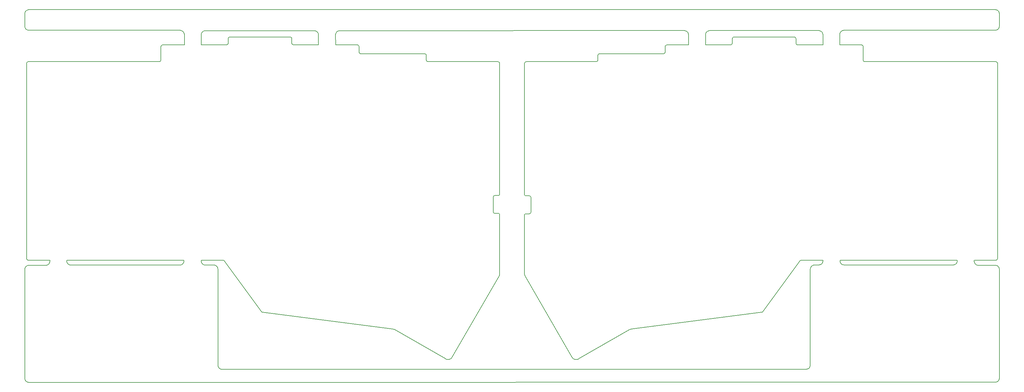
<source format=gm1>
%TF.GenerationSoftware,KiCad,Pcbnew,(6.0.9-0)*%
%TF.CreationDate,2022-12-17T11:16:43-06:00*%
%TF.ProjectId,corne-ice,636f726e-652d-4696-9365-2e6b69636164,0.1*%
%TF.SameCoordinates,Original*%
%TF.FileFunction,Profile,NP*%
%FSLAX46Y46*%
G04 Gerber Fmt 4.6, Leading zero omitted, Abs format (unit mm)*
G04 Created by KiCad (PCBNEW (6.0.9-0)) date 2022-12-17 11:16:43*
%MOMM*%
%LPD*%
G01*
G04 APERTURE LIST*
%TA.AperFunction,Profile*%
%ADD10C,0.200000*%
%TD*%
%ADD11C,0.200000*%
G04 APERTURE END LIST*
D10*
X17807500Y-83020309D02*
X17812500Y-83250000D01*
X17812500Y-83250000D02*
X17812300Y-83252000D01*
X17812300Y-83252000D02*
X17812300Y-83252000D01*
X17812300Y-83252000D02*
X17789600Y-83483000D01*
X17789600Y-83483000D02*
X17789600Y-83483000D01*
X17789600Y-83483000D02*
X17789600Y-83483000D01*
X17789600Y-83483000D02*
X17789600Y-83484000D01*
X17789600Y-83484000D02*
X17788600Y-83488000D01*
X17788600Y-83488000D02*
X17787700Y-83493000D01*
X17787700Y-83493000D02*
X17720800Y-83714000D01*
X17720800Y-83714000D02*
X17720600Y-83715000D01*
X17720600Y-83715000D02*
X17718800Y-83719000D01*
X17718800Y-83719000D02*
X17717000Y-83724000D01*
X17717000Y-83724000D02*
X17608200Y-83928000D01*
X17608200Y-83928000D02*
X17607900Y-83929000D01*
X17607900Y-83929000D02*
X17605400Y-83932000D01*
X17605400Y-83932000D02*
X17602800Y-83936000D01*
X17602800Y-83936000D02*
X17456400Y-84116000D01*
X17456400Y-84116000D02*
X17456400Y-84116000D01*
X17456400Y-84116000D02*
X17456400Y-84116000D01*
X17456400Y-84116000D02*
X17455900Y-84116000D01*
X17455900Y-84116000D02*
X17452700Y-84120000D01*
X17452700Y-84120000D02*
X17449500Y-84123000D01*
X17449500Y-84123000D02*
X17270900Y-84271000D01*
X17270900Y-84271000D02*
X17270400Y-84271000D01*
X17270400Y-84271000D02*
X17266600Y-84273000D01*
X17266600Y-84273000D02*
X17262800Y-84276000D01*
X17262800Y-84276000D02*
X17059000Y-84386000D01*
X17059000Y-84386000D02*
X17059000Y-84386000D01*
X17059000Y-84386000D02*
X17059000Y-84386000D01*
X17059000Y-84386000D02*
X17058300Y-84387000D01*
X17058300Y-84387000D02*
X17054200Y-84388000D01*
X17054200Y-84388000D02*
X17050000Y-84390000D01*
X17050000Y-84390000D02*
X16828600Y-84459000D01*
X16828600Y-84459000D02*
X16827900Y-84459000D01*
X16827900Y-84459000D02*
X16823500Y-84460000D01*
X16823500Y-84460000D02*
X16819000Y-84460000D01*
X16819000Y-84460000D02*
X16588500Y-84485000D01*
X16588500Y-84485000D02*
X16587800Y-84485000D01*
X16587800Y-84485000D02*
X16585600Y-84485000D01*
X16585600Y-84485000D02*
X16583500Y-84485000D01*
X16583500Y-84485000D02*
X16577500Y-84485000D01*
X16577500Y-84485000D02*
X16577400Y-84485000D01*
X16577400Y-84485000D02*
X11825200Y-84485000D01*
X11825200Y-84485000D02*
X11819400Y-84485000D01*
X11819400Y-84485000D02*
X11596300Y-84508000D01*
X11596300Y-84508000D02*
X11384300Y-84574000D01*
X11384300Y-84574000D02*
X11189100Y-84680000D01*
X11189100Y-84680000D02*
X11018000Y-84821000D01*
X11018000Y-84821000D02*
X10877800Y-84993000D01*
X10877800Y-84993000D02*
X10773600Y-85189000D01*
X10773600Y-85189000D02*
X10709400Y-85402000D01*
X10709400Y-85402000D02*
X10687500Y-85625000D01*
X10687500Y-116497000D02*
X10687500Y-116503000D01*
X10687500Y-116503000D02*
X10711000Y-116726000D01*
X10711000Y-116726000D02*
X10776600Y-116938000D01*
X10776600Y-116938000D02*
X10882200Y-117133000D01*
X10882200Y-117133000D02*
X11023600Y-117304000D01*
X11023600Y-117304000D02*
X11195700Y-117445000D01*
X11195700Y-117445000D02*
X11391600Y-117549000D01*
X11391600Y-117549000D02*
X11604100Y-117613000D01*
X11604100Y-117613000D02*
X11827400Y-117635000D01*
X11827400Y-117635000D02*
X285057500Y-117626000D01*
X285055500Y-12038500D02*
X11825200Y-12047500D01*
X11825200Y-12047500D02*
X11819400Y-12047500D01*
X11819400Y-12047500D02*
X11596300Y-12071000D01*
X11596300Y-12071000D02*
X11384300Y-12136600D01*
X11384300Y-12136600D02*
X11189100Y-12242200D01*
X11189100Y-12242200D02*
X11018000Y-12383700D01*
X11018000Y-12383700D02*
X10877800Y-12555700D01*
X10877800Y-12555700D02*
X10773600Y-12751600D01*
X10773600Y-12751600D02*
X10709400Y-12964100D01*
X10709400Y-12964100D02*
X10687500Y-13187500D01*
X10687500Y-13187500D02*
X10687500Y-16747300D01*
X10687500Y-16747300D02*
X10687500Y-16753100D01*
X10687500Y-16753100D02*
X10711000Y-16976200D01*
X10711000Y-16976200D02*
X10776600Y-17188200D01*
X10776600Y-17188200D02*
X10882200Y-17383500D01*
X10882200Y-17383500D02*
X11023600Y-17554500D01*
X11023600Y-17554500D02*
X11195700Y-17694800D01*
X11195700Y-17694800D02*
X11391600Y-17799000D01*
X11391600Y-17799000D02*
X11604100Y-17863100D01*
X11604100Y-17863100D02*
X11827400Y-17885000D01*
X11827400Y-17885000D02*
X54577400Y-17885000D01*
X54577400Y-17885000D02*
X54579900Y-17885300D01*
X54579900Y-17885300D02*
X54579900Y-17885300D01*
X54579900Y-17885300D02*
X54810500Y-17907900D01*
X54810500Y-17907900D02*
X54810500Y-17907900D01*
X54810500Y-17907900D02*
X54810500Y-17907900D01*
X54810500Y-17907900D02*
X54811200Y-17907900D01*
X54811200Y-17907900D02*
X54815600Y-17908900D01*
X54815600Y-17908900D02*
X54820100Y-17909800D01*
X54820100Y-17909800D02*
X55042000Y-17976800D01*
X55042000Y-17976800D02*
X55042600Y-17977000D01*
X55042600Y-17977000D02*
X55046800Y-17978700D01*
X55046800Y-17978700D02*
X55051000Y-17980500D01*
X55051000Y-17980500D02*
X55255600Y-18089300D01*
X55255600Y-18089300D02*
X55255600Y-18089300D01*
X55255600Y-18089300D02*
X55255600Y-18089300D01*
X55255600Y-18089300D02*
X55256200Y-18089600D01*
X55256200Y-18089600D02*
X55260000Y-18092200D01*
X55260000Y-18092200D02*
X55263800Y-18094700D01*
X55263800Y-18094700D02*
X55443400Y-18241200D01*
X55443400Y-18241200D02*
X55443900Y-18241600D01*
X55443900Y-18241600D02*
X55447000Y-18244800D01*
X55447000Y-18244800D02*
X55450300Y-18248000D01*
X55450300Y-18248000D02*
X55598000Y-18426600D01*
X55598000Y-18426600D02*
X55598400Y-18427100D01*
X55598400Y-18427100D02*
X55600900Y-18430900D01*
X55600900Y-18430900D02*
X55603500Y-18434700D01*
X55603500Y-18434700D02*
X55713700Y-18638600D01*
X55713700Y-18638600D02*
X55713700Y-18638600D01*
X55713700Y-18638600D02*
X55713700Y-18638600D01*
X55713700Y-18638600D02*
X55714000Y-18639200D01*
X55714000Y-18639200D02*
X55715700Y-18643400D01*
X55715700Y-18643400D02*
X55717500Y-18647600D01*
X55717500Y-18647600D02*
X55786000Y-18869000D01*
X55786000Y-18869000D02*
X55786200Y-18869600D01*
X55786200Y-18869600D02*
X55787100Y-18874100D01*
X55787100Y-18874100D02*
X55788000Y-18878500D01*
X55788000Y-18878500D02*
X55812200Y-19109000D01*
X55812200Y-19109000D02*
X55812300Y-19109700D01*
X55812300Y-19109700D02*
X55812200Y-19111900D01*
X55812200Y-19111900D02*
X55812500Y-19114100D01*
X55812500Y-19114100D02*
X55812500Y-19120000D01*
X55812500Y-19120000D02*
X55812500Y-19120100D01*
X55812500Y-19120100D02*
X55817500Y-22020252D01*
X60557500Y-83021073D02*
X60562500Y-83247000D01*
X60562500Y-83247000D02*
X60562500Y-83253000D01*
X60562500Y-83253000D02*
X60586000Y-83476000D01*
X60586000Y-83476000D02*
X60651600Y-83688000D01*
X60651600Y-83688000D02*
X60757200Y-83883000D01*
X60757200Y-83883000D02*
X60898600Y-84054000D01*
X60898600Y-84054000D02*
X61070700Y-84195000D01*
X61070700Y-84195000D02*
X61266600Y-84299000D01*
X61266600Y-84299000D02*
X61479100Y-84363000D01*
X61479100Y-84363000D02*
X61702400Y-84385000D01*
X61702400Y-84385000D02*
X64077400Y-84385000D01*
X64077400Y-84385000D02*
X64079900Y-84385000D01*
X64079900Y-84385000D02*
X64079900Y-84385000D01*
X64079900Y-84385000D02*
X64310500Y-84408000D01*
X64310500Y-84408000D02*
X64310500Y-84408000D01*
X64310500Y-84408000D02*
X64310500Y-84408000D01*
X64310500Y-84408000D02*
X64311200Y-84408000D01*
X64311200Y-84408000D02*
X64315600Y-84409000D01*
X64315600Y-84409000D02*
X64320100Y-84410000D01*
X64320100Y-84410000D02*
X64542000Y-84477000D01*
X64542000Y-84477000D02*
X64542599Y-84477000D01*
X64542599Y-84477000D02*
X64546800Y-84479000D01*
X64546800Y-84479000D02*
X64551000Y-84480000D01*
X64551000Y-84480000D02*
X64755600Y-84589000D01*
X64755600Y-84589000D02*
X64755600Y-84589000D01*
X64755600Y-84589000D02*
X64755600Y-84589000D01*
X64755600Y-84589000D02*
X64756199Y-84590000D01*
X64756199Y-84590000D02*
X64759999Y-84592000D01*
X64759999Y-84592000D02*
X64763800Y-84595000D01*
X64763800Y-84595000D02*
X64943400Y-84741000D01*
X64943400Y-84741000D02*
X64943900Y-84742000D01*
X64943900Y-84742000D02*
X64947000Y-84745000D01*
X64947000Y-84745000D02*
X64950300Y-84748000D01*
X64950300Y-84748000D02*
X65098000Y-84927000D01*
X65098000Y-84927000D02*
X65098400Y-84927000D01*
X65098400Y-84927000D02*
X65100900Y-84931000D01*
X65100900Y-84931000D02*
X65103500Y-84935000D01*
X65103500Y-84935000D02*
X65213700Y-85139000D01*
X65213700Y-85139000D02*
X65213700Y-85139000D01*
X65213700Y-85139000D02*
X65213700Y-85139000D01*
X65213700Y-85139000D02*
X65214000Y-85139000D01*
X65214000Y-85139000D02*
X65215700Y-85143000D01*
X65215700Y-85143000D02*
X65217500Y-85148000D01*
X65217500Y-85148000D02*
X65286000Y-85369000D01*
X65286000Y-85369000D02*
X65286200Y-85370000D01*
X65286200Y-85370000D02*
X65287100Y-85374000D01*
X65287100Y-85374000D02*
X65288000Y-85379000D01*
X65288000Y-85379000D02*
X65312200Y-85609000D01*
X65312200Y-85609000D02*
X65312300Y-85610000D01*
X65312300Y-85610000D02*
X65312200Y-85612000D01*
X65312200Y-85612000D02*
X65312500Y-85614000D01*
X65312500Y-85614000D02*
X65312500Y-85620000D01*
X65312500Y-85620000D02*
X65312500Y-85620000D01*
X65312500Y-85620000D02*
X65312500Y-112797000D01*
X65312500Y-112797000D02*
X65312500Y-112803000D01*
X65312500Y-112803000D02*
X65336000Y-113026000D01*
X65336000Y-113026000D02*
X65401600Y-113238000D01*
X65401600Y-113238000D02*
X65507200Y-113433000D01*
X65507200Y-113433000D02*
X65648600Y-113604000D01*
X65648600Y-113604000D02*
X65820700Y-113745000D01*
X65820700Y-113745000D02*
X66016600Y-113849000D01*
X66016600Y-113849000D02*
X66229100Y-113913000D01*
X66229100Y-113913000D02*
X66452400Y-113935000D01*
X66454500Y-113934000D02*
X231619500Y-113926000D01*
X197180500Y-17976000D02*
X99700500Y-17985000D01*
X99700500Y-17985000D02*
X99694500Y-17985000D01*
X99694500Y-17985000D02*
X99471500Y-18008500D01*
X99471500Y-18008500D02*
X99259500Y-18074100D01*
X99259500Y-18074100D02*
X99064500Y-18179700D01*
X99064500Y-18179700D02*
X98893500Y-18321200D01*
X98893500Y-18321200D02*
X98752500Y-18493200D01*
X98752500Y-18493200D02*
X98648500Y-18689100D01*
X98648500Y-18689100D02*
X98584500Y-18901600D01*
X98584500Y-18901600D02*
X98562500Y-19125000D01*
X98562500Y-19125000D02*
X98567500Y-22018729D01*
X22567500Y-83020309D02*
X22562500Y-83247000D01*
X22562500Y-83247000D02*
X22562500Y-83253000D01*
X22562500Y-83253000D02*
X22586000Y-83476000D01*
X22586000Y-83476000D02*
X22651600Y-83688000D01*
X22651600Y-83688000D02*
X22757200Y-83883000D01*
X22757200Y-83883000D02*
X22898600Y-84054000D01*
X22898600Y-84054000D02*
X23070700Y-84195000D01*
X23070700Y-84195000D02*
X23266600Y-84299000D01*
X23266600Y-84299000D02*
X23479100Y-84363000D01*
X23479100Y-84363000D02*
X23702400Y-84385000D01*
X23702400Y-84385000D02*
X54574800Y-84385000D01*
X54574800Y-84385000D02*
X54580600Y-84385000D01*
X54580600Y-84385000D02*
X54803700Y-84362000D01*
X54803700Y-84362000D02*
X55015700Y-84296000D01*
X55015700Y-84296000D02*
X55210900Y-84190000D01*
X55210900Y-84190000D02*
X55382000Y-84049000D01*
X55382000Y-84049000D02*
X55522200Y-83877000D01*
X55522200Y-83877000D02*
X55626400Y-83681000D01*
X55626400Y-83681000D02*
X55690600Y-83468000D01*
X55690600Y-83468000D02*
X55712500Y-83245000D01*
X55712500Y-83245000D02*
X55717500Y-83020309D01*
X93727500Y-22020252D02*
X93712500Y-19122700D01*
X93712500Y-19122700D02*
X93712500Y-19116900D01*
X93712500Y-19116900D02*
X93689000Y-18893800D01*
X93689000Y-18893800D02*
X93623400Y-18681800D01*
X93623400Y-18681800D02*
X93517800Y-18486600D01*
X93517800Y-18486600D02*
X93376300Y-18315600D01*
X93376300Y-18315600D02*
X93204300Y-18175300D01*
X93204300Y-18175300D02*
X93008400Y-18071100D01*
X93008400Y-18071100D02*
X92795900Y-18006900D01*
X92795900Y-18006900D02*
X92572600Y-17985000D01*
X92572600Y-17985000D02*
X61700200Y-17985000D01*
X61700200Y-17985000D02*
X61694400Y-17985000D01*
X61694400Y-17985000D02*
X61471300Y-18008500D01*
X61471300Y-18008500D02*
X61259300Y-18074100D01*
X61259300Y-18074100D02*
X61064100Y-18179700D01*
X61064100Y-18179700D02*
X60893000Y-18321200D01*
X60893000Y-18321200D02*
X60752800Y-18493200D01*
X60752800Y-18493200D02*
X60648600Y-18689100D01*
X60648600Y-18689100D02*
X60584400Y-18901600D01*
X60584400Y-18901600D02*
X60562500Y-19125000D01*
X60562500Y-19125000D02*
X60577500Y-22018729D01*
X10687500Y-85625000D02*
X10687500Y-116497000D01*
X236317500Y-22026729D02*
X236319500Y-19113700D01*
X236319500Y-19113700D02*
X236319500Y-19107900D01*
X236319500Y-19107900D02*
X236296500Y-18884800D01*
X236296500Y-18884800D02*
X236230500Y-18672800D01*
X236230500Y-18672800D02*
X236125500Y-18477600D01*
X236125500Y-18477600D02*
X235983500Y-18306600D01*
X235983500Y-18306600D02*
X235811500Y-18166300D01*
X235811500Y-18166300D02*
X235615500Y-18062100D01*
X235615500Y-18062100D02*
X235403500Y-17997900D01*
X235403500Y-17997900D02*
X235180500Y-17976000D01*
X235180500Y-17976000D02*
X204307500Y-17976000D01*
X204307500Y-17976000D02*
X204301500Y-17976000D01*
X204301500Y-17976000D02*
X204078500Y-17999500D01*
X204078500Y-17999500D02*
X203866500Y-18065100D01*
X203866500Y-18065100D02*
X203671500Y-18170700D01*
X203671500Y-18170700D02*
X203500500Y-18312200D01*
X203500500Y-18312200D02*
X203360500Y-18484200D01*
X203360500Y-18484200D02*
X203256500Y-18680100D01*
X203256500Y-18680100D02*
X203191500Y-18892600D01*
X203191500Y-18892600D02*
X203170500Y-19116000D01*
X203170500Y-19116000D02*
X203167500Y-22028252D01*
X280302500Y-84476000D02*
X280071500Y-84453000D01*
X285864500Y-117290000D02*
X286004500Y-117118000D01*
X197811500Y-18166300D02*
X197615500Y-18062100D01*
X197983500Y-18306600D02*
X197811500Y-18166300D01*
X286194500Y-85608000D02*
X286195500Y-116486000D01*
X198327500Y-22026729D02*
X198319500Y-19113700D01*
X198319500Y-19113700D02*
X198319500Y-19107900D01*
X198319500Y-19107900D02*
X198296500Y-18884800D01*
X198296500Y-18884800D02*
X198230500Y-18672800D01*
X198230500Y-18672800D02*
X198125500Y-18477600D01*
X198125500Y-18477600D02*
X197983500Y-18306600D01*
X197615500Y-18062100D02*
X197403500Y-17997900D01*
X197403500Y-17997900D02*
X197180500Y-17976000D01*
X241177500Y-83027309D02*
X241170500Y-83238000D01*
X241170500Y-83238000D02*
X241170500Y-83244000D01*
X241170500Y-83244000D02*
X241193500Y-83467000D01*
X241193500Y-83467000D02*
X241259500Y-83679000D01*
X241259500Y-83679000D02*
X241364500Y-83874000D01*
X241364500Y-83874000D02*
X241506500Y-84045000D01*
X241506500Y-84045000D02*
X241678500Y-84186000D01*
X241678500Y-84186000D02*
X241874500Y-84290000D01*
X241874500Y-84290000D02*
X242086500Y-84354000D01*
X242086500Y-84354000D02*
X242309500Y-84376000D01*
X242309500Y-84376000D02*
X273182500Y-84376000D01*
X273182500Y-84376000D02*
X273188500Y-84376000D01*
X273188500Y-84376000D02*
X273411500Y-84353000D01*
X273411500Y-84353000D02*
X273623500Y-84287000D01*
X273623500Y-84287000D02*
X273818500Y-84181000D01*
X273818500Y-84181000D02*
X273989500Y-84040000D01*
X273989500Y-84040000D02*
X274129500Y-83868000D01*
X274129500Y-83868000D02*
X274233500Y-83672000D01*
X274233500Y-83672000D02*
X274298500Y-83459000D01*
X274298500Y-83459000D02*
X274319500Y-83236000D01*
X274319500Y-83236000D02*
X274327500Y-83027309D01*
X231619500Y-113926000D02*
X231625500Y-113926000D01*
X231625500Y-113926000D02*
X231848500Y-113903000D01*
X231848500Y-113903000D02*
X232060500Y-113837000D01*
X232060500Y-113837000D02*
X232255500Y-113731000D01*
X232255500Y-113731000D02*
X232426500Y-113590000D01*
X232426500Y-113590000D02*
X232567500Y-113418000D01*
X232567500Y-113418000D02*
X232671500Y-113222000D01*
X232671500Y-113222000D02*
X232735500Y-113009000D01*
X232735500Y-113009000D02*
X232757500Y-112786000D01*
X232757500Y-112786000D02*
X232757500Y-85611000D01*
X232757500Y-85611000D02*
X232757500Y-85609000D01*
X232757500Y-85609000D02*
X232757500Y-85609000D01*
X232757500Y-85609000D02*
X232780500Y-85378000D01*
X232780500Y-85378000D02*
X232780500Y-85378000D01*
X232780500Y-85378000D02*
X232780500Y-85378000D01*
X232780500Y-85378000D02*
X232780500Y-85377000D01*
X232780500Y-85377000D02*
X232781500Y-85373000D01*
X232781500Y-85373000D02*
X232782500Y-85368000D01*
X232782500Y-85368000D02*
X232849500Y-85147000D01*
X232849500Y-85147000D02*
X232849500Y-85146000D01*
X232849500Y-85146000D02*
X232851500Y-85142000D01*
X232851500Y-85142000D02*
X232852500Y-85138000D01*
X232852500Y-85138000D02*
X232961500Y-84933000D01*
X232961500Y-84933000D02*
X232961500Y-84933000D01*
X232961500Y-84933000D02*
X232961500Y-84933000D01*
X232961500Y-84933000D02*
X232962500Y-84932000D01*
X232962500Y-84932000D02*
X232964500Y-84929000D01*
X232964500Y-84929000D02*
X232967500Y-84925000D01*
X232967500Y-84925000D02*
X233113500Y-84745000D01*
X233113500Y-84745000D02*
X233114500Y-84745000D01*
X233114500Y-84745000D02*
X233117500Y-84741000D01*
X233117500Y-84741000D02*
X233120500Y-84738000D01*
X233120500Y-84738000D02*
X233299500Y-84591000D01*
X233299500Y-84591000D02*
X233299500Y-84590000D01*
X233299500Y-84590000D02*
X233303500Y-84588000D01*
X233303500Y-84588000D02*
X233307500Y-84585000D01*
X233307500Y-84585000D02*
X233511500Y-84475000D01*
X233511500Y-84475000D02*
X233511500Y-84475000D01*
X233511500Y-84475000D02*
X233511500Y-84475000D01*
X233511500Y-84475000D02*
X233511500Y-84474000D01*
X233511500Y-84474000D02*
X233515500Y-84473000D01*
X233515500Y-84473000D02*
X233520500Y-84471000D01*
X233520500Y-84471000D02*
X233741500Y-84403000D01*
X233741500Y-84403000D02*
X233741500Y-84403000D01*
X233741500Y-84403000D02*
X233742500Y-84402000D01*
X233742500Y-84402000D02*
X233746500Y-84401000D01*
X233746500Y-84401000D02*
X233750500Y-84401000D01*
X233750500Y-84401000D02*
X233981500Y-84376000D01*
X233981500Y-84376000D02*
X233982500Y-84376000D01*
X233982500Y-84376000D02*
X233984500Y-84376000D01*
X233984500Y-84376000D02*
X233986500Y-84376000D01*
X233986500Y-84376000D02*
X233992500Y-84376000D01*
X233992500Y-84376000D02*
X233992500Y-84376000D01*
X233992500Y-84376000D02*
X235182500Y-84376000D01*
X235182500Y-84376000D02*
X235188500Y-84376000D01*
X235188500Y-84376000D02*
X235411500Y-84353000D01*
X235411500Y-84353000D02*
X235623500Y-84287000D01*
X235623500Y-84287000D02*
X235818500Y-84181000D01*
X235818500Y-84181000D02*
X235989500Y-84040000D01*
X235989500Y-84040000D02*
X236129500Y-83868000D01*
X236129500Y-83868000D02*
X236233500Y-83672000D01*
X236233500Y-83672000D02*
X236298500Y-83459000D01*
X236298500Y-83459000D02*
X236320500Y-83236000D01*
X236320500Y-83236000D02*
X236327500Y-83028073D01*
X241092500Y-18877300D02*
X241093500Y-18872900D01*
X241093500Y-18872900D02*
X241094500Y-18868400D01*
X241094500Y-18868400D02*
X241161500Y-18646500D01*
X241161500Y-18646500D02*
X241161500Y-18645900D01*
X241161500Y-18645900D02*
X241163500Y-18641700D01*
X241163500Y-18641700D02*
X241165500Y-18637500D01*
X241165500Y-18637500D02*
X241274500Y-18432900D01*
X241274500Y-18432900D02*
X241274500Y-18432900D01*
X241274500Y-18432900D02*
X241274500Y-18432900D01*
X241274500Y-18432900D02*
X241274500Y-18432300D01*
X241274500Y-18432300D02*
X241277500Y-18428500D01*
X241277500Y-18428500D02*
X241279500Y-18424800D01*
X241279500Y-18424800D02*
X241426500Y-18245200D01*
X241426500Y-18245200D02*
X241426500Y-18244600D01*
X241426500Y-18244600D02*
X241429500Y-18241500D01*
X241429500Y-18241500D02*
X241433500Y-18238200D01*
X241433500Y-18238200D02*
X241611500Y-18090500D01*
X241611500Y-18090500D02*
X241612500Y-18090100D01*
X241612500Y-18090100D02*
X241615500Y-18087600D01*
X241615500Y-18087600D02*
X241619500Y-18085100D01*
X241619500Y-18085100D02*
X241823500Y-17974800D01*
X241823500Y-17974800D02*
X241823500Y-17974800D01*
X241823500Y-17974800D02*
X241823500Y-17974800D01*
X241823500Y-17974800D02*
X241824500Y-17974500D01*
X241824500Y-17974500D02*
X241828500Y-17972800D01*
X241828500Y-17972800D02*
X241832500Y-17971000D01*
X241832500Y-17971000D02*
X242053500Y-17902500D01*
X242053500Y-17902500D02*
X242053500Y-17902500D01*
X242053500Y-17902500D02*
X242054500Y-17902300D01*
X242054500Y-17902300D02*
X242059500Y-17901500D01*
X242059500Y-17901500D02*
X242063500Y-17900500D01*
X242063500Y-17900500D02*
X242293500Y-17876300D01*
X242293500Y-17876300D02*
X242294500Y-17876300D01*
X242294500Y-17876300D02*
X242296500Y-17876300D01*
X242296500Y-17876300D02*
X242299500Y-17876000D01*
X242299500Y-17876000D02*
X242304500Y-17876000D01*
X242304500Y-17876000D02*
X242305500Y-17876000D01*
X242305500Y-17876000D02*
X285057500Y-17876000D01*
X285057500Y-17876000D02*
X285063500Y-17876000D01*
X285063500Y-17876000D02*
X285286500Y-17852600D01*
X285286500Y-17852600D02*
X285498500Y-17786900D01*
X285498500Y-17786900D02*
X285693500Y-17681400D01*
X285693500Y-17681400D02*
X285864500Y-17539900D01*
X285864500Y-17539900D02*
X286004500Y-17367900D01*
X286004500Y-17367900D02*
X286108500Y-17171900D01*
X286108500Y-17171900D02*
X286173500Y-16959400D01*
X286173500Y-16959400D02*
X286195500Y-16736100D01*
X286195500Y-16736100D02*
X286194500Y-13176200D01*
X286194500Y-13176200D02*
X286194500Y-13170400D01*
X286194500Y-13170400D02*
X286171500Y-12947300D01*
X286171500Y-12947300D02*
X286105500Y-12735300D01*
X286105500Y-12735300D02*
X286000500Y-12540100D01*
X286000500Y-12540100D02*
X285858500Y-12369100D01*
X285858500Y-12369100D02*
X285686500Y-12228800D01*
X285686500Y-12228800D02*
X285490500Y-12124600D01*
X285490500Y-12124600D02*
X285278500Y-12060400D01*
X285278500Y-12060400D02*
X285055500Y-12038500D01*
X241077500Y-22028252D02*
X241069500Y-19111100D01*
X241069500Y-19111100D02*
X241070500Y-19108600D01*
X241070500Y-19108600D02*
X241092500Y-18878000D01*
X241092500Y-18878000D02*
X241092500Y-18878000D01*
X241092500Y-18878000D02*
X241092500Y-18878000D01*
X241092500Y-18878000D02*
X241092500Y-18877300D01*
X279070500Y-83251000D02*
X279070500Y-83249000D01*
X279070500Y-83249000D02*
X279070500Y-83247000D01*
X279070500Y-83247000D02*
X279070500Y-83241000D01*
X279070500Y-83241000D02*
X279069500Y-83241000D01*
X279069500Y-83241000D02*
X279077500Y-83028073D01*
X279165500Y-83713000D02*
X279096500Y-83492000D01*
X279096500Y-83492000D02*
X279096500Y-83491000D01*
X279096500Y-83491000D02*
X279095500Y-83487000D01*
X279095500Y-83487000D02*
X279094500Y-83483000D01*
X279094500Y-83483000D02*
X279070500Y-83252000D01*
X279070500Y-83252000D02*
X279070500Y-83251000D01*
X285057500Y-117626000D02*
X285063500Y-117626000D01*
X285063500Y-117626000D02*
X285286500Y-117603000D01*
X285286500Y-117603000D02*
X285498500Y-117537000D01*
X285498500Y-117537000D02*
X285693500Y-117431000D01*
X285693500Y-117431000D02*
X285864500Y-117290000D01*
X286004500Y-117118000D02*
X286108500Y-116922000D01*
X286108500Y-116922000D02*
X286173500Y-116709000D01*
X286173500Y-116709000D02*
X286195500Y-116486000D01*
X286194500Y-85608000D02*
X286171500Y-85385000D01*
X286171500Y-85385000D02*
X286105500Y-85173000D01*
X286105500Y-85173000D02*
X286000500Y-84978000D01*
X286000500Y-84978000D02*
X285858500Y-84807000D01*
X285858500Y-84807000D02*
X285686500Y-84666000D01*
X285686500Y-84666000D02*
X285490500Y-84562000D01*
X285490500Y-84562000D02*
X285278500Y-84498000D01*
X285278500Y-84498000D02*
X285055500Y-84476000D01*
X285055500Y-84476000D02*
X280305500Y-84476000D01*
X280305500Y-84476000D02*
X280302500Y-84476000D01*
X280302500Y-84476000D02*
X280302500Y-84476000D01*
X280071500Y-84453000D02*
X280071500Y-84453000D01*
X280071500Y-84453000D02*
X280071500Y-84453000D01*
X280071500Y-84453000D02*
X280071500Y-84453000D01*
X280071500Y-84453000D02*
X280066500Y-84452000D01*
X280066500Y-84452000D02*
X280062500Y-84451000D01*
X280062500Y-84451000D02*
X279840500Y-84384000D01*
X279840500Y-84384000D02*
X279839500Y-84384000D01*
X279839500Y-84384000D02*
X279835500Y-84382000D01*
X279835500Y-84382000D02*
X279831500Y-84381000D01*
X279831500Y-84381000D02*
X279626500Y-84272000D01*
X279626500Y-84272000D02*
X279626500Y-84272000D01*
X279626500Y-84272000D02*
X279626500Y-84271000D01*
X279626500Y-84271000D02*
X279622500Y-84269000D01*
X279622500Y-84269000D02*
X279618500Y-84266000D01*
X279618500Y-84266000D02*
X279439500Y-84120000D01*
X279439500Y-84120000D02*
X279439500Y-84120000D01*
X279439500Y-84120000D02*
X279439500Y-84120000D01*
X279439500Y-84120000D02*
X279438500Y-84119000D01*
X279438500Y-84119000D02*
X279435500Y-84116000D01*
X279435500Y-84116000D02*
X279432500Y-84113000D01*
X279432500Y-84113000D02*
X279284500Y-83934000D01*
X279284500Y-83934000D02*
X279284500Y-83934000D01*
X279284500Y-83934000D02*
X279281500Y-83930000D01*
X279281500Y-83930000D02*
X279279500Y-83926000D01*
X279279500Y-83926000D02*
X279168500Y-83722000D01*
X279168500Y-83722000D02*
X279168500Y-83722000D01*
X279168500Y-83722000D02*
X279168500Y-83722000D01*
X279168500Y-83722000D02*
X279168500Y-83722000D01*
X279168500Y-83722000D02*
X279166500Y-83718000D01*
X279166500Y-83718000D02*
X279165500Y-83713000D01*
D11*
X181629500Y-102678000D02*
X181831194Y-102623772D01*
X182035714Y-102581995D01*
X182242483Y-102552784D01*
X182284056Y-102548460D01*
X152181791Y-87625717D02*
X152092308Y-87446848D01*
X152016826Y-87232231D01*
X151970652Y-87009589D01*
X151954558Y-86781896D01*
X151954700Y-86753228D01*
D10*
X191706177Y-24025707D02*
X191706177Y-22527109D01*
X173204835Y-24526087D02*
X191205797Y-24526087D01*
D11*
X151954700Y-27278174D02*
X152004025Y-27061480D01*
X152136643Y-26892482D01*
X152329668Y-26794061D01*
X152454583Y-26778301D01*
D10*
X151955216Y-27276904D02*
X151955216Y-64500000D01*
X241177500Y-83027309D02*
X274327500Y-83027309D01*
X285704628Y-27278174D02*
X285706404Y-82526930D01*
X248205881Y-26776525D02*
X285204501Y-26778301D01*
X211205737Y-19776292D02*
X228205940Y-19776292D01*
X210705358Y-21526350D02*
X210705358Y-20276671D01*
X192206556Y-22026729D02*
X198327500Y-22026729D01*
X181629500Y-102678000D02*
X167335417Y-110939084D01*
X172706995Y-25026466D02*
X172704713Y-26278179D01*
D11*
X172704713Y-25028242D02*
X172753965Y-24811463D01*
X172886565Y-24642379D01*
X173079623Y-24543895D01*
X173204577Y-24528121D01*
D10*
X247705501Y-22527109D02*
X247705501Y-26276145D01*
X229206699Y-22026729D02*
X236317500Y-22026729D01*
X228706320Y-20276671D02*
X228706320Y-21526350D01*
X152455595Y-26776525D02*
X172204592Y-26778301D01*
D11*
X285704628Y-82528200D02*
X285655268Y-82744959D01*
X285522578Y-82913978D01*
X285329467Y-83012363D01*
X285204506Y-83028073D01*
X285204506Y-83028073D02*
X285204501Y-83028073D01*
X285204501Y-26778301D02*
X285421283Y-26827550D01*
X285590371Y-26960154D01*
X285688854Y-27153216D01*
X285704628Y-27278169D01*
X285704628Y-27278169D02*
X285704628Y-27278174D01*
X248204611Y-26778301D02*
X247987827Y-26729049D01*
X247818742Y-26596443D01*
X247720261Y-26403380D01*
X247704489Y-26278427D01*
X247704489Y-26278427D02*
X247704489Y-26278179D01*
X247204616Y-22028252D02*
X247421308Y-22077580D01*
X247590305Y-22210193D01*
X247688727Y-22403212D01*
X247704489Y-22528126D01*
X229204665Y-22028252D02*
X228987881Y-21979001D01*
X228818796Y-21846395D01*
X228720316Y-21653331D01*
X228704544Y-21528379D01*
X228704544Y-21528379D02*
X228704544Y-21528126D01*
X228204670Y-19778068D02*
X228421429Y-19827427D01*
X228590449Y-19960116D01*
X228688834Y-20153228D01*
X228704544Y-20278189D01*
X228704544Y-20278189D02*
X228704544Y-20278194D01*
X210704594Y-20278194D02*
X210753843Y-20061411D01*
X210886448Y-19892324D01*
X211079512Y-19793840D01*
X211204467Y-19778068D01*
X211204467Y-19778068D02*
X211204467Y-19778068D01*
X210704594Y-21528126D02*
X210655343Y-21744908D01*
X210522738Y-21913995D01*
X210329674Y-22012479D01*
X210204720Y-22028252D01*
X210204720Y-22028252D02*
X210204472Y-22028252D01*
X191704649Y-22528126D02*
X191753976Y-22311433D01*
X191886589Y-22142436D01*
X192079608Y-22044014D01*
X192204522Y-22028252D01*
X191704649Y-24028247D02*
X191655289Y-24245004D01*
X191522601Y-24414024D01*
X191329489Y-24512410D01*
X191204527Y-24528121D01*
D10*
X165407300Y-110559612D02*
X152181276Y-87627245D01*
D11*
X165410396Y-110564226D02*
X165407300Y-110559612D01*
X167335417Y-110939084D02*
X167151360Y-111043872D01*
X166958612Y-111117871D01*
X166760437Y-111161717D01*
X166560101Y-111176047D01*
X166295270Y-111150338D01*
X166040143Y-111074794D01*
X165859822Y-110986338D01*
X165692581Y-110871334D01*
X165541683Y-110730418D01*
X165410396Y-110564226D01*
D10*
X218954506Y-97778087D02*
X182284056Y-102548460D01*
D11*
X219308071Y-97631789D02*
X219134516Y-97744619D01*
X218954506Y-97778087D01*
D10*
X229851095Y-83174629D02*
X219308071Y-97631789D01*
D11*
X172704713Y-26278179D02*
X172655456Y-26494960D01*
X172522849Y-26664046D01*
X172329784Y-26762528D01*
X172204830Y-26778301D01*
X172204830Y-26778301D02*
X172204592Y-26778301D01*
D10*
X66690339Y-83020073D02*
X60557500Y-83021073D01*
X11690499Y-83020073D02*
X17807500Y-83020309D01*
X49690384Y-22020252D02*
X55817500Y-22020252D01*
X86690528Y-22020252D02*
X93727500Y-22020252D01*
D11*
X124690170Y-26770301D02*
X124690408Y-26770301D01*
X124190287Y-26270179D02*
X124239543Y-26486960D01*
X124372150Y-26656046D01*
X124565215Y-26754528D01*
X124690170Y-26770301D01*
D10*
X67043905Y-83166629D02*
X77586929Y-97623789D01*
X77940494Y-97770087D02*
X114610944Y-102540460D01*
D11*
X129559583Y-110931084D02*
X129743639Y-111035872D01*
X129936387Y-111109871D01*
X130134562Y-111153717D01*
X130334898Y-111168047D01*
X130599729Y-111142338D01*
X130854856Y-111066794D01*
X131035177Y-110978338D01*
X131202418Y-110863334D01*
X131353316Y-110722418D01*
X131484604Y-110556226D01*
X131484604Y-110556226D02*
X131487700Y-110551612D01*
D10*
X131487700Y-110551612D02*
X144713724Y-87619245D01*
D11*
X105190351Y-24020247D02*
X105239710Y-24237004D01*
X105372398Y-24406024D01*
X105565510Y-24504410D01*
X105690473Y-24520121D01*
X105190351Y-22520126D02*
X105141023Y-22303433D01*
X105008410Y-22134436D01*
X104815391Y-22036014D01*
X104690478Y-22020252D01*
X86690280Y-22020252D02*
X86690528Y-22020252D01*
X86190406Y-21520126D02*
X86239656Y-21736908D01*
X86372261Y-21905995D01*
X86565325Y-22004479D01*
X86690280Y-22020252D01*
X85690533Y-19770068D02*
X85690533Y-19770068D01*
X86190406Y-20270194D02*
X86141156Y-20053411D01*
X86008551Y-19884324D01*
X85815487Y-19785840D01*
X85690533Y-19770068D01*
X68190456Y-20270189D02*
X68190456Y-20270194D01*
X68690330Y-19770068D02*
X68473570Y-19819427D01*
X68304550Y-19952116D01*
X68206165Y-20145228D01*
X68190456Y-20270189D01*
X68190456Y-21520379D02*
X68190456Y-21520126D01*
X67690335Y-22020252D02*
X67907118Y-21971001D01*
X68076203Y-21838395D01*
X68174683Y-21645331D01*
X68190456Y-21520379D01*
X49690384Y-22020252D02*
X49473691Y-22069580D01*
X49304694Y-22202193D01*
X49206272Y-22395212D01*
X49190511Y-22520126D01*
X49190511Y-26270427D02*
X49190511Y-26270179D01*
X48690389Y-26770301D02*
X48907172Y-26721049D01*
X49076257Y-26588443D01*
X49174738Y-26395380D01*
X49190511Y-26270427D01*
X11190372Y-27270169D02*
X11190372Y-27270174D01*
X11690499Y-26770301D02*
X11473716Y-26819550D01*
X11304628Y-26952154D01*
X11206145Y-27145216D01*
X11190372Y-27270169D01*
X11690494Y-83020073D02*
X11690499Y-83020073D01*
X11190372Y-82520200D02*
X11239731Y-82736959D01*
X11372421Y-82905978D01*
X11565532Y-83004363D01*
X11690494Y-83020073D01*
D10*
X144439405Y-26768525D02*
X124690408Y-26770301D01*
X68190456Y-20270194D02*
X68188680Y-21518350D01*
X67688301Y-22018729D02*
X60577500Y-22018729D01*
X49189499Y-22519109D02*
X49189499Y-26268145D01*
D11*
X124190287Y-25020242D02*
X124141034Y-24803463D01*
X124008434Y-24634379D01*
X123815376Y-24535895D01*
X123690423Y-24520121D01*
D10*
X124188005Y-25018466D02*
X124190287Y-26270179D01*
X115265500Y-102670000D02*
X129559583Y-110931084D01*
X104688444Y-22018729D02*
X98567500Y-22018729D01*
X86189642Y-21518350D02*
X86189642Y-20268671D01*
X85689263Y-19768292D02*
X68689060Y-19768292D01*
X48689119Y-26768525D02*
X11690499Y-26770301D01*
X11190372Y-27270174D02*
X11188596Y-82518930D01*
X55717500Y-83020309D02*
X22567500Y-83020309D01*
X144939784Y-27268904D02*
X144939784Y-64500000D01*
D11*
X144940300Y-27270174D02*
X144890974Y-27053480D01*
X144758356Y-26884482D01*
X144565331Y-26786061D01*
X144440417Y-26770301D01*
D10*
X123690165Y-24518087D02*
X105689203Y-24518087D01*
X105188823Y-24017707D02*
X105188823Y-22519109D01*
D11*
X144713209Y-87617717D02*
X144802691Y-87438848D01*
X144878173Y-87224231D01*
X144924347Y-87001589D01*
X144940441Y-86773896D01*
X144940300Y-86745228D01*
X229851095Y-83174629D02*
X230024624Y-83061650D01*
X230204661Y-83028073D01*
X77586929Y-97623789D02*
X77760483Y-97736619D01*
X77940494Y-97770087D01*
X67043905Y-83166629D02*
X66870375Y-83053650D01*
X66690339Y-83020073D01*
X115265500Y-102670000D02*
X115063805Y-102615772D01*
X114859285Y-102573995D01*
X114652516Y-102544784D01*
X114610944Y-102540460D01*
D10*
X151957500Y-70005000D02*
X151954700Y-86753228D01*
X152157500Y-69880000D02*
X153307500Y-69880000D01*
X230204661Y-83028073D02*
X236327500Y-83028073D01*
X144737500Y-64680000D02*
G75*
G03*
X144937500Y-64480000I0J200000D01*
G01*
X152157500Y-69880000D02*
G75*
G03*
X151957500Y-70080000I0J-200000D01*
G01*
X151957500Y-64580000D02*
G75*
G03*
X152157500Y-64780000I200000J0D01*
G01*
X143107500Y-65180000D02*
X143107500Y-69280000D01*
X153807500Y-65280000D02*
G75*
G03*
X153307500Y-64780000I-500000J0D01*
G01*
X144939500Y-69980000D02*
G75*
G03*
X144737500Y-69780000I-201000J-1000D01*
G01*
X285204501Y-83028073D02*
X279077500Y-83028073D01*
X143107500Y-69280000D02*
G75*
G03*
X143607500Y-69780000I500000J0D01*
G01*
X144939500Y-69955000D02*
X144940300Y-86745228D01*
X143607500Y-69780000D02*
X144737500Y-69780000D01*
X247204616Y-22028252D02*
X241077500Y-22028252D01*
X143607500Y-64680000D02*
X144737500Y-64680000D01*
X153807500Y-65280000D02*
X153807500Y-69380000D01*
X210204472Y-22028252D02*
X203167500Y-22028252D01*
X153307500Y-69880000D02*
G75*
G03*
X153807500Y-69380000I0J500000D01*
G01*
X143607500Y-64680000D02*
G75*
G03*
X143107500Y-65180000I0J-500000D01*
G01*
X152157500Y-64780000D02*
X153307500Y-64780000D01*
M02*

</source>
